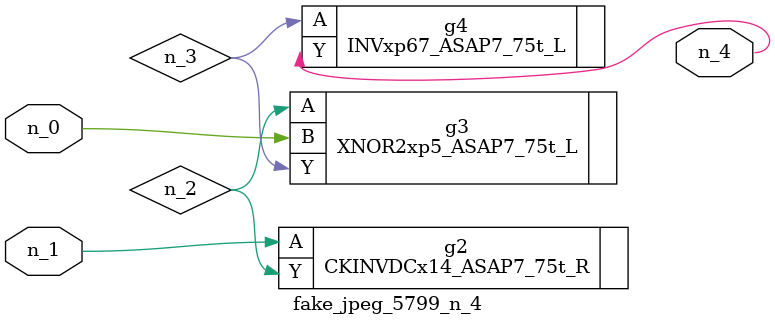
<source format=v>
module fake_jpeg_5799_n_4 (n_0, n_1, n_4);

input n_0;
input n_1;

output n_4;

wire n_3;
wire n_2;

CKINVDCx14_ASAP7_75t_R g2 ( 
.A(n_1),
.Y(n_2)
);

XNOR2xp5_ASAP7_75t_L g3 ( 
.A(n_2),
.B(n_0),
.Y(n_3)
);

INVxp67_ASAP7_75t_L g4 ( 
.A(n_3),
.Y(n_4)
);


endmodule
</source>
